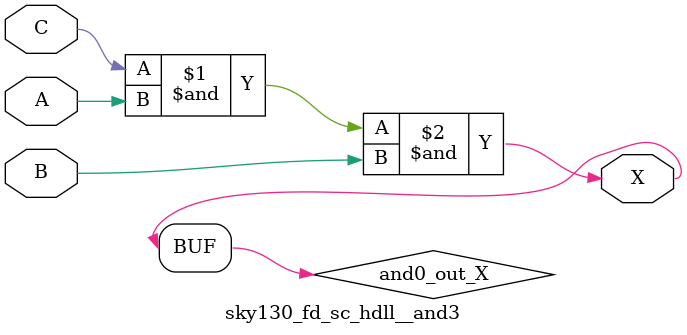
<source format=v>
/*
 * Copyright 2020 The SkyWater PDK Authors
 *
 * Licensed under the Apache License, Version 2.0 (the "License");
 * you may not use this file except in compliance with the License.
 * You may obtain a copy of the License at
 *
 *     https://www.apache.org/licenses/LICENSE-2.0
 *
 * Unless required by applicable law or agreed to in writing, software
 * distributed under the License is distributed on an "AS IS" BASIS,
 * WITHOUT WARRANTIES OR CONDITIONS OF ANY KIND, either express or implied.
 * See the License for the specific language governing permissions and
 * limitations under the License.
 *
 * SPDX-License-Identifier: Apache-2.0
*/


`ifndef SKY130_FD_SC_HDLL__AND3_FUNCTIONAL_V
`define SKY130_FD_SC_HDLL__AND3_FUNCTIONAL_V

/**
 * and3: 3-input AND.
 *
 * Verilog simulation functional model.
 */

`timescale 1ns / 1ps
`default_nettype none

`celldefine
module sky130_fd_sc_hdll__and3 (
    X,
    A,
    B,
    C
);

    // Module ports
    output X;
    input  A;
    input  B;
    input  C;

    // Local signals
    wire and0_out_X;

    //  Name  Output      Other arguments
    and and0 (and0_out_X, C, A, B        );
    buf buf0 (X         , and0_out_X     );

endmodule
`endcelldefine

`default_nettype wire
`endif  // SKY130_FD_SC_HDLL__AND3_FUNCTIONAL_V

</source>
